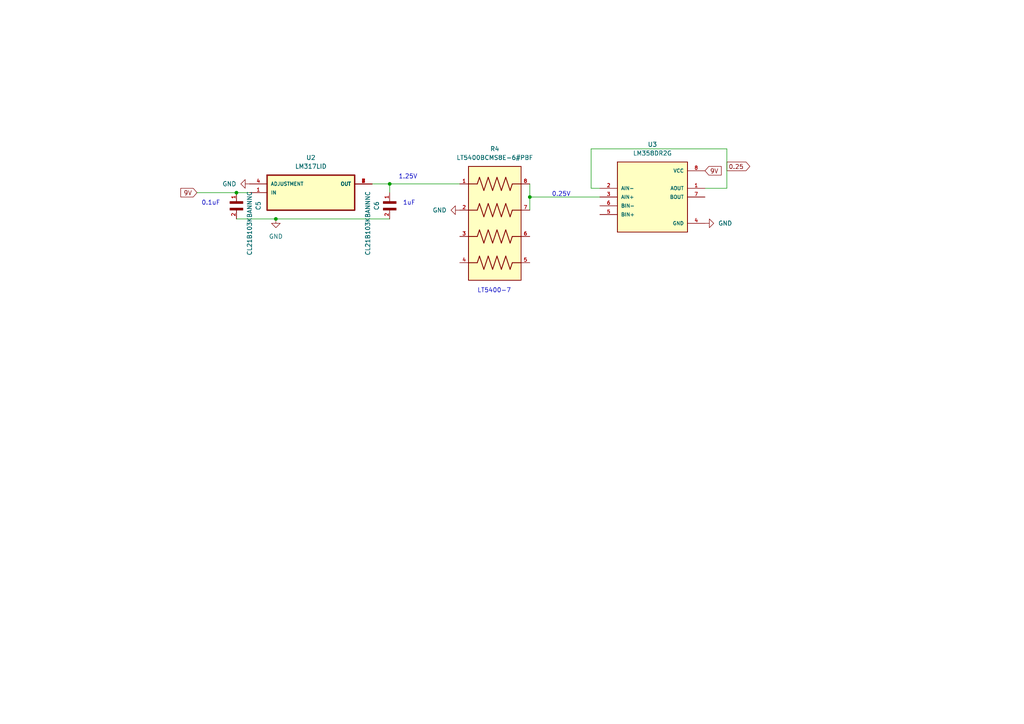
<source format=kicad_sch>
(kicad_sch (version 20211123) (generator eeschema)

  (uuid 4d45bff3-9a86-4795-ae80-46e18074c1d2)

  (paper "A4")

  (title_block
    (title "Referencia_025V")
    (date "2023-06-18")
    (company "UC3M")
    (comment 1 "Parte del circuito para hacer la referencia de 0.25V del amplificador.")
  )

  (lib_symbols
    (symbol "CL21B103KBANNNC:CL21B103KBANNNC" (pin_names (offset 1.016)) (in_bom yes) (on_board yes)
      (property "Reference" "C" (id 0) (at 0 3.81 0)
        (effects (font (size 1.27 1.27)) (justify left bottom))
      )
      (property "Value" "CL21B103KBANNNC" (id 1) (at 0 -5.08 0)
        (effects (font (size 1.27 1.27)) (justify left bottom))
      )
      (property "Footprint" "CAPC2012X140N" (id 2) (at 0 0 0)
        (effects (font (size 1.27 1.27)) (justify bottom) hide)
      )
      (property "Datasheet" "" (id 3) (at 0 0 0)
        (effects (font (size 1.27 1.27)) hide)
      )
      (symbol "CL21B103KBANNNC_0_0"
        (rectangle (start 0 -1.905) (end 0.635 1.905)
          (stroke (width 0.1) (type default) (color 0 0 0 0))
          (fill (type outline))
        )
        (rectangle (start 1.905 -1.905) (end 2.54 1.905)
          (stroke (width 0.1) (type default) (color 0 0 0 0))
          (fill (type outline))
        )
        (pin passive line (at 5.08 0 180) (length 2.54)
          (name "~" (effects (font (size 1.016 1.016))))
          (number "1" (effects (font (size 1.016 1.016))))
        )
        (pin passive line (at -2.54 0 0) (length 2.54)
          (name "~" (effects (font (size 1.016 1.016))))
          (number "2" (effects (font (size 1.016 1.016))))
        )
      )
    )
    (symbol "LM317LID:LM317LID" (pin_names (offset 1.016)) (in_bom yes) (on_board yes)
      (property "Reference" "U" (id 0) (at -12.7 6.08 0)
        (effects (font (size 1.27 1.27)) (justify left bottom))
      )
      (property "Value" "LM317LID" (id 1) (at -12.7 -9.08 0)
        (effects (font (size 1.27 1.27)) (justify left bottom))
      )
      (property "Footprint" "SOIC127P599X175-8N" (id 2) (at 0 0 0)
        (effects (font (size 1.27 1.27)) (justify bottom) hide)
      )
      (property "Datasheet" "" (id 3) (at 0 0 0)
        (effects (font (size 1.27 1.27)) hide)
      )
      (symbol "LM317LID_0_0"
        (rectangle (start -12.7 -5.08) (end 12.7 5.08)
          (stroke (width 0.41) (type default) (color 0 0 0 0))
          (fill (type background))
        )
        (pin input line (at -17.78 0 0) (length 5.08)
          (name "IN" (effects (font (size 1.016 1.016))))
          (number "1" (effects (font (size 1.016 1.016))))
        )
        (pin output line (at 17.78 2.54 180) (length 5.08)
          (name "OUT" (effects (font (size 1.016 1.016))))
          (number "2" (effects (font (size 1.016 1.016))))
        )
        (pin output line (at 17.78 2.54 180) (length 5.08)
          (name "OUT" (effects (font (size 1.016 1.016))))
          (number "3" (effects (font (size 1.016 1.016))))
        )
        (pin input line (at -17.78 2.54 0) (length 5.08)
          (name "ADJUSTMENT" (effects (font (size 1.016 1.016))))
          (number "4" (effects (font (size 1.016 1.016))))
        )
        (pin output line (at 17.78 2.54 180) (length 5.08)
          (name "OUT" (effects (font (size 1.016 1.016))))
          (number "6" (effects (font (size 1.016 1.016))))
        )
        (pin output line (at 17.78 2.54 180) (length 5.08)
          (name "OUT" (effects (font (size 1.016 1.016))))
          (number "7" (effects (font (size 1.016 1.016))))
        )
      )
    )
    (symbol "LM358DR2G:LM358DR2G" (pin_names (offset 1.016)) (in_bom yes) (on_board yes)
      (property "Reference" "U" (id 0) (at -10.1755 10.1755 0)
        (effects (font (size 1.27 1.27)) (justify left bottom))
      )
      (property "Value" "LM358DR2G" (id 1) (at -10.1775 -12.7219 0)
        (effects (font (size 1.27 1.27)) (justify left bottom))
      )
      (property "Footprint" "SOIC127P600X175-8N" (id 2) (at 0 0 0)
        (effects (font (size 1.27 1.27)) (justify bottom) hide)
      )
      (property "Datasheet" "" (id 3) (at 0 0 0)
        (effects (font (size 1.27 1.27)) hide)
      )
      (property "MANUFACTURER" "ON Semiconductor" (id 4) (at 0 0 0)
        (effects (font (size 1.27 1.27)) (justify bottom) hide)
      )
      (symbol "LM358DR2G_0_0"
        (rectangle (start -10.16 -10.16) (end 10.16 10.16)
          (stroke (width 0.254) (type default) (color 0 0 0 0))
          (fill (type background))
        )
        (pin output line (at 15.24 2.54 180) (length 5.08)
          (name "AOUT" (effects (font (size 1.016 1.016))))
          (number "1" (effects (font (size 1.016 1.016))))
        )
        (pin input line (at -15.24 2.54 0) (length 5.08)
          (name "AIN-" (effects (font (size 1.016 1.016))))
          (number "2" (effects (font (size 1.016 1.016))))
        )
        (pin input line (at -15.24 0 0) (length 5.08)
          (name "AIN+" (effects (font (size 1.016 1.016))))
          (number "3" (effects (font (size 1.016 1.016))))
        )
        (pin passive line (at 15.24 -7.62 180) (length 5.08)
          (name "GND" (effects (font (size 1.016 1.016))))
          (number "4" (effects (font (size 1.016 1.016))))
        )
        (pin input line (at -15.24 -5.08 0) (length 5.08)
          (name "BIN+" (effects (font (size 1.016 1.016))))
          (number "5" (effects (font (size 1.016 1.016))))
        )
        (pin input line (at -15.24 -2.54 0) (length 5.08)
          (name "BIN-" (effects (font (size 1.016 1.016))))
          (number "6" (effects (font (size 1.016 1.016))))
        )
        (pin output line (at 15.24 0 180) (length 5.08)
          (name "BOUT" (effects (font (size 1.016 1.016))))
          (number "7" (effects (font (size 1.016 1.016))))
        )
        (pin power_in line (at 15.24 7.62 180) (length 5.08)
          (name "VCC" (effects (font (size 1.016 1.016))))
          (number "8" (effects (font (size 1.016 1.016))))
        )
      )
    )
    (symbol "LT5400BCMS8E-6_PBF:LT5400BCMS8E-6#PBF" (pin_names (offset 1.016)) (in_bom yes) (on_board yes)
      (property "Reference" "R" (id 0) (at -7.62 16.51 0)
        (effects (font (size 1.27 1.27)) (justify left bottom))
      )
      (property "Value" "LT5400BCMS8E-6#PBF" (id 1) (at -7.62 -21.59 0)
        (effects (font (size 1.27 1.27)) (justify left bottom))
      )
      (property "Footprint" "SOP65P490X110-9N" (id 2) (at 0 0 0)
        (effects (font (size 1.27 1.27)) (justify bottom) hide)
      )
      (property "Datasheet" "" (id 3) (at 0 0 0)
        (effects (font (size 1.27 1.27)) hide)
      )
      (property "PARTREV" "I" (id 4) (at 0 0 0)
        (effects (font (size 1.27 1.27)) (justify bottom) hide)
      )
      (property "MANUFACTURER" "Linear Technology" (id 5) (at 0 0 0)
        (effects (font (size 1.27 1.27)) (justify bottom) hide)
      )
      (property "MAXIMUM_PACKAGE_HEIGHT" "1.1 mm" (id 6) (at 0 0 0)
        (effects (font (size 1.27 1.27)) (justify bottom) hide)
      )
      (property "STANDARD" "IPC 7351B" (id 7) (at 0 0 0)
        (effects (font (size 1.27 1.27)) (justify bottom) hide)
      )
      (symbol "LT5400BCMS8E-6#PBF_0_0"
        (rectangle (start -7.62 -17.78) (end 7.62 15.24)
          (stroke (width 0.254) (type default) (color 0 0 0 0))
          (fill (type background))
        )
        (polyline
          (pts
            (xy -5.08 -12.7)
            (xy -7.62 -12.7)
          )
          (stroke (width 0.254) (type default) (color 0 0 0 0))
          (fill (type none))
        )
        (polyline
          (pts
            (xy -5.08 -12.7)
            (xy -4.445 -10.795)
          )
          (stroke (width 0.254) (type default) (color 0 0 0 0))
          (fill (type none))
        )
        (polyline
          (pts
            (xy -5.08 -5.08)
            (xy -7.62 -5.08)
          )
          (stroke (width 0.254) (type default) (color 0 0 0 0))
          (fill (type none))
        )
        (polyline
          (pts
            (xy -5.08 -5.08)
            (xy -4.445 -3.175)
          )
          (stroke (width 0.254) (type default) (color 0 0 0 0))
          (fill (type none))
        )
        (polyline
          (pts
            (xy -5.08 2.54)
            (xy -7.62 2.54)
          )
          (stroke (width 0.254) (type default) (color 0 0 0 0))
          (fill (type none))
        )
        (polyline
          (pts
            (xy -5.08 2.54)
            (xy -4.445 4.445)
          )
          (stroke (width 0.254) (type default) (color 0 0 0 0))
          (fill (type none))
        )
        (polyline
          (pts
            (xy -5.08 10.16)
            (xy -7.62 10.16)
          )
          (stroke (width 0.254) (type default) (color 0 0 0 0))
          (fill (type none))
        )
        (polyline
          (pts
            (xy -5.08 10.16)
            (xy -4.445 12.065)
          )
          (stroke (width 0.254) (type default) (color 0 0 0 0))
          (fill (type none))
        )
        (polyline
          (pts
            (xy -4.445 -10.795)
            (xy -3.175 -14.605)
          )
          (stroke (width 0.254) (type default) (color 0 0 0 0))
          (fill (type none))
        )
        (polyline
          (pts
            (xy -4.445 -3.175)
            (xy -3.175 -6.985)
          )
          (stroke (width 0.254) (type default) (color 0 0 0 0))
          (fill (type none))
        )
        (polyline
          (pts
            (xy -4.445 4.445)
            (xy -3.175 0.635)
          )
          (stroke (width 0.254) (type default) (color 0 0 0 0))
          (fill (type none))
        )
        (polyline
          (pts
            (xy -4.445 12.065)
            (xy -3.175 8.255)
          )
          (stroke (width 0.254) (type default) (color 0 0 0 0))
          (fill (type none))
        )
        (polyline
          (pts
            (xy -3.175 -14.605)
            (xy -1.905 -10.795)
          )
          (stroke (width 0.254) (type default) (color 0 0 0 0))
          (fill (type none))
        )
        (polyline
          (pts
            (xy -3.175 -6.985)
            (xy -1.905 -3.175)
          )
          (stroke (width 0.254) (type default) (color 0 0 0 0))
          (fill (type none))
        )
        (polyline
          (pts
            (xy -3.175 0.635)
            (xy -1.905 4.445)
          )
          (stroke (width 0.254) (type default) (color 0 0 0 0))
          (fill (type none))
        )
        (polyline
          (pts
            (xy -3.175 8.255)
            (xy -1.905 12.065)
          )
          (stroke (width 0.254) (type default) (color 0 0 0 0))
          (fill (type none))
        )
        (polyline
          (pts
            (xy -1.905 -10.795)
            (xy -0.635 -14.605)
          )
          (stroke (width 0.254) (type default) (color 0 0 0 0))
          (fill (type none))
        )
        (polyline
          (pts
            (xy -1.905 -3.175)
            (xy -0.635 -6.985)
          )
          (stroke (width 0.254) (type default) (color 0 0 0 0))
          (fill (type none))
        )
        (polyline
          (pts
            (xy -1.905 4.445)
            (xy -0.635 0.635)
          )
          (stroke (width 0.254) (type default) (color 0 0 0 0))
          (fill (type none))
        )
        (polyline
          (pts
            (xy -1.905 12.065)
            (xy -0.635 8.255)
          )
          (stroke (width 0.254) (type default) (color 0 0 0 0))
          (fill (type none))
        )
        (polyline
          (pts
            (xy -0.635 -14.605)
            (xy 0.635 -10.795)
          )
          (stroke (width 0.254) (type default) (color 0 0 0 0))
          (fill (type none))
        )
        (polyline
          (pts
            (xy -0.635 -6.985)
            (xy 0.635 -3.175)
          )
          (stroke (width 0.254) (type default) (color 0 0 0 0))
          (fill (type none))
        )
        (polyline
          (pts
            (xy -0.635 0.635)
            (xy 0.635 4.445)
          )
          (stroke (width 0.254) (type default) (color 0 0 0 0))
          (fill (type none))
        )
        (polyline
          (pts
            (xy -0.635 8.255)
            (xy 0.635 12.065)
          )
          (stroke (width 0.254) (type default) (color 0 0 0 0))
          (fill (type none))
        )
        (polyline
          (pts
            (xy 0.635 -10.795)
            (xy 1.905 -14.605)
          )
          (stroke (width 0.254) (type default) (color 0 0 0 0))
          (fill (type none))
        )
        (polyline
          (pts
            (xy 0.635 -3.175)
            (xy 1.905 -6.985)
          )
          (stroke (width 0.254) (type default) (color 0 0 0 0))
          (fill (type none))
        )
        (polyline
          (pts
            (xy 0.635 4.445)
            (xy 1.905 0.635)
          )
          (stroke (width 0.254) (type default) (color 0 0 0 0))
          (fill (type none))
        )
        (polyline
          (pts
            (xy 0.635 12.065)
            (xy 1.905 8.255)
          )
          (stroke (width 0.254) (type default) (color 0 0 0 0))
          (fill (type none))
        )
        (polyline
          (pts
            (xy 1.905 -14.605)
            (xy 3.175 -10.795)
          )
          (stroke (width 0.254) (type default) (color 0 0 0 0))
          (fill (type none))
        )
        (polyline
          (pts
            (xy 1.905 -6.985)
            (xy 3.175 -3.175)
          )
          (stroke (width 0.254) (type default) (color 0 0 0 0))
          (fill (type none))
        )
        (polyline
          (pts
            (xy 1.905 0.635)
            (xy 3.175 4.445)
          )
          (stroke (width 0.254) (type default) (color 0 0 0 0))
          (fill (type none))
        )
        (polyline
          (pts
            (xy 1.905 8.255)
            (xy 3.175 12.065)
          )
          (stroke (width 0.254) (type default) (color 0 0 0 0))
          (fill (type none))
        )
        (polyline
          (pts
            (xy 3.175 -10.795)
            (xy 4.445 -14.605)
          )
          (stroke (width 0.254) (type default) (color 0 0 0 0))
          (fill (type none))
        )
        (polyline
          (pts
            (xy 3.175 -3.175)
            (xy 4.445 -6.985)
          )
          (stroke (width 0.254) (type default) (color 0 0 0 0))
          (fill (type none))
        )
        (polyline
          (pts
            (xy 3.175 4.445)
            (xy 4.445 0.635)
          )
          (stroke (width 0.254) (type default) (color 0 0 0 0))
          (fill (type none))
        )
        (polyline
          (pts
            (xy 3.175 12.065)
            (xy 4.445 8.255)
          )
          (stroke (width 0.254) (type default) (color 0 0 0 0))
          (fill (type none))
        )
        (polyline
          (pts
            (xy 4.445 -14.605)
            (xy 5.08 -12.7)
          )
          (stroke (width 0.254) (type default) (color 0 0 0 0))
          (fill (type none))
        )
        (polyline
          (pts
            (xy 4.445 -6.985)
            (xy 5.08 -5.08)
          )
          (stroke (width 0.254) (type default) (color 0 0 0 0))
          (fill (type none))
        )
        (polyline
          (pts
            (xy 4.445 0.635)
            (xy 5.08 2.54)
          )
          (stroke (width 0.254) (type default) (color 0 0 0 0))
          (fill (type none))
        )
        (polyline
          (pts
            (xy 4.445 8.255)
            (xy 5.08 10.16)
          )
          (stroke (width 0.254) (type default) (color 0 0 0 0))
          (fill (type none))
        )
        (polyline
          (pts
            (xy 5.08 -12.7)
            (xy 7.62 -12.7)
          )
          (stroke (width 0.254) (type default) (color 0 0 0 0))
          (fill (type none))
        )
        (polyline
          (pts
            (xy 5.08 -5.08)
            (xy 7.62 -5.08)
          )
          (stroke (width 0.254) (type default) (color 0 0 0 0))
          (fill (type none))
        )
        (polyline
          (pts
            (xy 5.08 2.54)
            (xy 7.62 2.54)
          )
          (stroke (width 0.254) (type default) (color 0 0 0 0))
          (fill (type none))
        )
        (polyline
          (pts
            (xy 5.08 10.16)
            (xy 7.62 10.16)
          )
          (stroke (width 0.254) (type default) (color 0 0 0 0))
          (fill (type none))
        )
        (pin passive line (at -10.16 10.16 0) (length 2.54)
          (name "~" (effects (font (size 1.016 1.016))))
          (number "1" (effects (font (size 1.016 1.016))))
        )
        (pin passive line (at -10.16 2.54 0) (length 2.54)
          (name "~" (effects (font (size 1.016 1.016))))
          (number "2" (effects (font (size 1.016 1.016))))
        )
        (pin passive line (at -10.16 -5.08 0) (length 2.54)
          (name "~" (effects (font (size 1.016 1.016))))
          (number "3" (effects (font (size 1.016 1.016))))
        )
        (pin passive line (at -10.16 -12.7 0) (length 2.54)
          (name "~" (effects (font (size 1.016 1.016))))
          (number "4" (effects (font (size 1.016 1.016))))
        )
        (pin passive line (at 10.16 -12.7 180) (length 2.54)
          (name "~" (effects (font (size 1.016 1.016))))
          (number "5" (effects (font (size 1.016 1.016))))
        )
        (pin passive line (at 10.16 -5.08 180) (length 2.54)
          (name "~" (effects (font (size 1.016 1.016))))
          (number "6" (effects (font (size 1.016 1.016))))
        )
        (pin passive line (at 10.16 2.54 180) (length 2.54)
          (name "~" (effects (font (size 1.016 1.016))))
          (number "7" (effects (font (size 1.016 1.016))))
        )
        (pin passive line (at 10.16 10.16 180) (length 2.54)
          (name "~" (effects (font (size 1.016 1.016))))
          (number "8" (effects (font (size 1.016 1.016))))
        )
      )
    )
    (symbol "power:GND" (power) (pin_names (offset 0)) (in_bom yes) (on_board yes)
      (property "Reference" "#PWR" (id 0) (at 0 -6.35 0)
        (effects (font (size 1.27 1.27)) hide)
      )
      (property "Value" "GND" (id 1) (at 0 -3.81 0)
        (effects (font (size 1.27 1.27)))
      )
      (property "Footprint" "" (id 2) (at 0 0 0)
        (effects (font (size 1.27 1.27)) hide)
      )
      (property "Datasheet" "" (id 3) (at 0 0 0)
        (effects (font (size 1.27 1.27)) hide)
      )
      (property "ki_keywords" "power-flag" (id 4) (at 0 0 0)
        (effects (font (size 1.27 1.27)) hide)
      )
      (property "ki_description" "Power symbol creates a global label with name \"GND\" , ground" (id 5) (at 0 0 0)
        (effects (font (size 1.27 1.27)) hide)
      )
      (symbol "GND_0_1"
        (polyline
          (pts
            (xy 0 0)
            (xy 0 -1.27)
            (xy 1.27 -1.27)
            (xy 0 -2.54)
            (xy -1.27 -1.27)
            (xy 0 -1.27)
          )
          (stroke (width 0) (type default) (color 0 0 0 0))
          (fill (type none))
        )
      )
      (symbol "GND_1_1"
        (pin power_in line (at 0 0 270) (length 0) hide
          (name "GND" (effects (font (size 1.27 1.27))))
          (number "1" (effects (font (size 1.27 1.27))))
        )
      )
    )
  )

  (junction (at 113.03 53.34) (diameter 0) (color 0 0 0 0)
    (uuid 4259ec64-42d5-46d8-9bdf-d3ed70839f4f)
  )
  (junction (at 153.67 57.15) (diameter 0) (color 0 0 0 0)
    (uuid 609e424e-9fea-4ee7-94ab-96399187d126)
  )
  (junction (at 80.01 63.5) (diameter 0) (color 0 0 0 0)
    (uuid 82860005-e05b-487f-8938-ac1ff28daf6a)
  )
  (junction (at 68.58 55.88) (diameter 0) (color 0 0 0 0)
    (uuid dc0a93f7-ee30-4e9c-81d4-2bdcfb14c20f)
  )

  (wire (pts (xy 153.67 53.34) (xy 153.67 57.15))
    (stroke (width 0) (type default) (color 0 0 0 0))
    (uuid 148db289-55c5-43eb-845f-26ae64ae6c34)
  )
  (wire (pts (xy 210.82 43.18) (xy 210.82 54.61))
    (stroke (width 0) (type default) (color 0 0 0 0))
    (uuid 32fa9e68-5618-4732-a010-48cefcf09065)
  )
  (wire (pts (xy 113.03 53.34) (xy 133.35 53.34))
    (stroke (width 0) (type default) (color 0 0 0 0))
    (uuid 427c420f-fa96-43de-b4f4-6ccec21c3561)
  )
  (wire (pts (xy 107.95 53.34) (xy 113.03 53.34))
    (stroke (width 0) (type default) (color 0 0 0 0))
    (uuid 43e474f1-4cb5-4260-85cb-1cc77645040a)
  )
  (wire (pts (xy 80.01 63.5) (xy 113.03 63.5))
    (stroke (width 0) (type default) (color 0 0 0 0))
    (uuid 4e137c9d-6f55-40c8-83ee-788f79de2ec2)
  )
  (wire (pts (xy 113.03 53.34) (xy 113.03 55.88))
    (stroke (width 0) (type default) (color 0 0 0 0))
    (uuid 4e8b2174-0400-44ed-aeb2-a9257a90e117)
  )
  (wire (pts (xy 171.45 43.18) (xy 210.82 43.18))
    (stroke (width 0) (type default) (color 0 0 0 0))
    (uuid 6321159d-32f0-4180-8927-3c7e92da82d6)
  )
  (wire (pts (xy 68.58 63.5) (xy 80.01 63.5))
    (stroke (width 0) (type default) (color 0 0 0 0))
    (uuid 6fba608b-9907-4ba8-b0cc-c6222506c00b)
  )
  (wire (pts (xy 68.58 55.88) (xy 72.39 55.88))
    (stroke (width 0) (type default) (color 0 0 0 0))
    (uuid 728d1597-09c3-4a41-a46d-db8f2ade4319)
  )
  (wire (pts (xy 153.67 57.15) (xy 173.99 57.15))
    (stroke (width 0) (type default) (color 0 0 0 0))
    (uuid aff73fa9-53d0-4eaf-92b0-87eaf7b42495)
  )
  (wire (pts (xy 57.15 55.88) (xy 68.58 55.88))
    (stroke (width 0) (type default) (color 0 0 0 0))
    (uuid c1b4e83f-fcb9-4c84-85d9-f0869f9a6dd1)
  )
  (wire (pts (xy 171.45 54.61) (xy 171.45 43.18))
    (stroke (width 0) (type default) (color 0 0 0 0))
    (uuid dd911f84-e6fb-4e57-a69e-344764968db0)
  )
  (wire (pts (xy 153.67 57.15) (xy 153.67 60.96))
    (stroke (width 0) (type default) (color 0 0 0 0))
    (uuid e0e9d715-9576-40b9-9efb-2cba31acaaa9)
  )
  (wire (pts (xy 210.82 54.61) (xy 204.47 54.61))
    (stroke (width 0) (type default) (color 0 0 0 0))
    (uuid ec3811f7-3631-4b74-918d-e90a7bae79eb)
  )
  (wire (pts (xy 173.99 54.61) (xy 171.45 54.61))
    (stroke (width 0) (type default) (color 0 0 0 0))
    (uuid ee0774b4-9f97-4814-bfcb-d6042101f1dd)
  )

  (text "1uF" (at 116.84 59.69 0)
    (effects (font (size 1.27 1.27)) (justify left bottom))
    (uuid 11a80bda-7e0a-441e-b4ab-2912530d3a2e)
  )
  (text "0.25V" (at 160.02 57.15 0)
    (effects (font (size 1.27 1.27)) (justify left bottom))
    (uuid 6530f244-4ae2-4c31-8ad3-405c0aa5d2a6)
  )
  (text "0.1uF" (at 58.42 59.69 0)
    (effects (font (size 1.27 1.27)) (justify left bottom))
    (uuid 72c29d90-6cc8-4087-b5d6-068488025922)
  )
  (text "LT5400-7" (at 138.43 85.09 0)
    (effects (font (size 1.27 1.27)) (justify left bottom))
    (uuid 73e2e4ab-b8fe-4d27-bcdf-563d4b898f6f)
  )
  (text "1.25V" (at 115.57 52.07 0)
    (effects (font (size 1.27 1.27)) (justify left bottom))
    (uuid f9877fab-5713-4776-82ab-5e7a7f4a8831)
  )

  (global_label "0.25" (shape output) (at 210.82 48.26 0) (fields_autoplaced)
    (effects (font (size 1.27 1.27)) (justify left))
    (uuid 222f735c-ae99-4424-8e05-9182cf3e1ee6)
    (property "Intersheet References" "${INTERSHEET_REFS}" (id 0) (at 217.4664 48.1806 0)
      (effects (font (size 1.27 1.27)) (justify left) hide)
    )
  )
  (global_label "9V" (shape input) (at 57.15 55.88 180) (fields_autoplaced)
    (effects (font (size 1.27 1.27)) (justify right))
    (uuid 2ba4ce3b-5ee6-4293-b4a9-8fc48a693e60)
    (property "Intersheet References" "${INTERSHEET_REFS}" (id 0) (at 52.4388 55.8006 0)
      (effects (font (size 1.27 1.27)) (justify right) hide)
    )
  )
  (global_label "9V" (shape input) (at 204.47 49.53 0) (fields_autoplaced)
    (effects (font (size 1.27 1.27)) (justify left))
    (uuid 970c1a8d-b809-4da9-bc5d-d5cd5227d255)
    (property "Intersheet References" "${INTERSHEET_REFS}" (id 0) (at 209.1812 49.4506 0)
      (effects (font (size 1.27 1.27)) (justify left) hide)
    )
  )

  (symbol (lib_id "CL21B103KBANNNC:CL21B103KBANNNC") (at 68.58 60.96 90) (unit 1)
    (in_bom yes) (on_board yes)
    (uuid 14f5ff3d-89f1-47fe-b028-374f3cb8d311)
    (property "Reference" "C5" (id 0) (at 74.93 59.69 0))
    (property "Value" "CL21B103KBANNNC" (id 1) (at 72.39 64.77 0))
    (property "Footprint" "CAPC2012X140N" (id 2) (at 68.58 60.96 0)
      (effects (font (size 1.27 1.27)) (justify bottom) hide)
    )
    (property "Datasheet" "" (id 3) (at 68.58 60.96 0)
      (effects (font (size 1.27 1.27)) hide)
    )
    (pin "1" (uuid 627c5188-62be-489f-a2d7-ecb007b05114))
    (pin "2" (uuid 8e0057ab-d284-49e4-9a96-40ac0d8c1e41))
  )

  (symbol (lib_id "LM317LID:LM317LID") (at 90.17 55.88 0) (unit 1)
    (in_bom yes) (on_board yes) (fields_autoplaced)
    (uuid 44bba3f0-7afd-4803-af1a-40fb0748fdd3)
    (property "Reference" "U2" (id 0) (at 90.17 45.72 0))
    (property "Value" "LM317LID" (id 1) (at 90.17 48.26 0))
    (property "Footprint" "SOIC127P599X175-8N" (id 2) (at 90.17 55.88 0)
      (effects (font (size 1.27 1.27)) (justify bottom) hide)
    )
    (property "Datasheet" "" (id 3) (at 90.17 55.88 0)
      (effects (font (size 1.27 1.27)) hide)
    )
    (pin "1" (uuid f6d22707-a7a6-473b-b7d9-919e2bdc8784))
    (pin "2" (uuid 074ccc65-b90b-4710-a70e-dd0da709c76e))
    (pin "3" (uuid 13e11563-066b-4c5a-9055-cc7ed447dcd3))
    (pin "4" (uuid 7b26e223-9148-48db-8412-73729639b40b))
    (pin "6" (uuid 3ff1a875-4953-4106-98d4-cbe7d6df5a1c))
    (pin "7" (uuid 59b55aef-ccbc-429d-b529-5bdb53d320bd))
  )

  (symbol (lib_id "power:GND") (at 204.47 64.77 90) (unit 1)
    (in_bom yes) (on_board yes) (fields_autoplaced)
    (uuid 590aef0e-48ff-438b-8b36-7fc9443d74d9)
    (property "Reference" "#PWR0110" (id 0) (at 210.82 64.77 0)
      (effects (font (size 1.27 1.27)) hide)
    )
    (property "Value" "GND" (id 1) (at 208.28 64.7699 90)
      (effects (font (size 1.27 1.27)) (justify right))
    )
    (property "Footprint" "" (id 2) (at 204.47 64.77 0)
      (effects (font (size 1.27 1.27)) hide)
    )
    (property "Datasheet" "" (id 3) (at 204.47 64.77 0)
      (effects (font (size 1.27 1.27)) hide)
    )
    (pin "1" (uuid 7b369fc6-daa3-412a-8961-9d5d126d2a70))
  )

  (symbol (lib_id "LT5400BCMS8E-6_PBF:LT5400BCMS8E-6#PBF") (at 143.51 63.5 0) (unit 1)
    (in_bom yes) (on_board yes) (fields_autoplaced)
    (uuid 66ebd413-f7c3-4987-8270-2c908202e464)
    (property "Reference" "R4" (id 0) (at 143.51 43.18 0))
    (property "Value" "LT5400BCMS8E-6#PBF" (id 1) (at 143.51 45.72 0))
    (property "Footprint" "SOP65P490X110-9N" (id 2) (at 143.51 63.5 0)
      (effects (font (size 1.27 1.27)) (justify bottom) hide)
    )
    (property "Datasheet" "" (id 3) (at 143.51 63.5 0)
      (effects (font (size 1.27 1.27)) hide)
    )
    (property "PARTREV" "I" (id 4) (at 143.51 63.5 0)
      (effects (font (size 1.27 1.27)) (justify bottom) hide)
    )
    (property "MANUFACTURER" "Linear Technology" (id 5) (at 143.51 63.5 0)
      (effects (font (size 1.27 1.27)) (justify bottom) hide)
    )
    (property "MAXIMUM_PACKAGE_HEIGHT" "1.1 mm" (id 6) (at 143.51 63.5 0)
      (effects (font (size 1.27 1.27)) (justify bottom) hide)
    )
    (property "STANDARD" "IPC 7351B" (id 7) (at 143.51 63.5 0)
      (effects (font (size 1.27 1.27)) (justify bottom) hide)
    )
    (pin "1" (uuid 26da9d0a-2f1b-4982-b82f-c4e57cb5c79e))
    (pin "2" (uuid d68df01e-ecb6-43d5-81d1-d2cb627f0d54))
    (pin "3" (uuid 156c2a4c-cd7f-420d-ad3b-e5c1febdfd19))
    (pin "4" (uuid 6ef42b32-b25a-42d3-afc9-0a22e9fe1ee4))
    (pin "5" (uuid 4be8f4fd-a511-4895-ad73-110ab35497a5))
    (pin "6" (uuid c24b27f2-2a33-439b-bb74-019700ce4b26))
    (pin "7" (uuid 3e0e5264-aca9-47a5-a664-567f9cfb3271))
    (pin "8" (uuid 063a5ac8-1f15-4b24-bab5-bf547adc0814))
  )

  (symbol (lib_id "power:GND") (at 72.39 53.34 270) (unit 1)
    (in_bom yes) (on_board yes) (fields_autoplaced)
    (uuid 77519097-8e49-4694-aa2b-3e3ce8b063e7)
    (property "Reference" "#PWR0108" (id 0) (at 66.04 53.34 0)
      (effects (font (size 1.27 1.27)) hide)
    )
    (property "Value" "GND" (id 1) (at 68.58 53.3399 90)
      (effects (font (size 1.27 1.27)) (justify right))
    )
    (property "Footprint" "" (id 2) (at 72.39 53.34 0)
      (effects (font (size 1.27 1.27)) hide)
    )
    (property "Datasheet" "" (id 3) (at 72.39 53.34 0)
      (effects (font (size 1.27 1.27)) hide)
    )
    (pin "1" (uuid 75da2752-4c07-4776-ac87-988cc32b903c))
  )

  (symbol (lib_id "power:GND") (at 133.35 60.96 270) (unit 1)
    (in_bom yes) (on_board yes) (fields_autoplaced)
    (uuid ae891f3b-1362-4e3a-92ef-dbd37013a411)
    (property "Reference" "#PWR0109" (id 0) (at 127 60.96 0)
      (effects (font (size 1.27 1.27)) hide)
    )
    (property "Value" "GND" (id 1) (at 129.54 60.9599 90)
      (effects (font (size 1.27 1.27)) (justify right))
    )
    (property "Footprint" "" (id 2) (at 133.35 60.96 0)
      (effects (font (size 1.27 1.27)) hide)
    )
    (property "Datasheet" "" (id 3) (at 133.35 60.96 0)
      (effects (font (size 1.27 1.27)) hide)
    )
    (pin "1" (uuid df7fee94-0f96-43ec-b995-45b875640bfe))
  )

  (symbol (lib_id "power:GND") (at 80.01 63.5 0) (unit 1)
    (in_bom yes) (on_board yes) (fields_autoplaced)
    (uuid c541610b-089c-4f40-b1ba-0e4d34d0a1ba)
    (property "Reference" "#PWR0107" (id 0) (at 80.01 69.85 0)
      (effects (font (size 1.27 1.27)) hide)
    )
    (property "Value" "GND" (id 1) (at 80.01 68.58 0))
    (property "Footprint" "" (id 2) (at 80.01 63.5 0)
      (effects (font (size 1.27 1.27)) hide)
    )
    (property "Datasheet" "" (id 3) (at 80.01 63.5 0)
      (effects (font (size 1.27 1.27)) hide)
    )
    (pin "1" (uuid 525c6aa1-8ad1-4cc9-bc93-1f8c54f231a5))
  )

  (symbol (lib_id "CL21B103KBANNNC:CL21B103KBANNNC") (at 113.03 60.96 90) (unit 1)
    (in_bom yes) (on_board yes)
    (uuid cc7506f3-7f50-4e21-8021-d77b7d00158b)
    (property "Reference" "C6" (id 0) (at 109.22 59.69 0))
    (property "Value" "CL21B103KBANNNC" (id 1) (at 106.68 64.77 0))
    (property "Footprint" "CAPC2012X140N" (id 2) (at 113.03 60.96 0)
      (effects (font (size 1.27 1.27)) (justify bottom) hide)
    )
    (property "Datasheet" "" (id 3) (at 113.03 60.96 0)
      (effects (font (size 1.27 1.27)) hide)
    )
    (pin "1" (uuid 12d2fcf9-84af-4edd-8738-2b9fc06ba83a))
    (pin "2" (uuid 029e42c2-a36f-4a69-a44b-0aacaacfd8f2))
  )

  (symbol (lib_id "LM358DR2G:LM358DR2G") (at 189.23 57.15 0) (unit 1)
    (in_bom yes) (on_board yes) (fields_autoplaced)
    (uuid fc8aeceb-861d-479b-804b-b7342488ac28)
    (property "Reference" "U3" (id 0) (at 189.23 41.91 0))
    (property "Value" "LM358DR2G" (id 1) (at 189.23 44.45 0))
    (property "Footprint" "SOIC127P600X175-8N" (id 2) (at 189.23 57.15 0)
      (effects (font (size 1.27 1.27)) (justify bottom) hide)
    )
    (property "Datasheet" "" (id 3) (at 189.23 57.15 0)
      (effects (font (size 1.27 1.27)) hide)
    )
    (property "MANUFACTURER" "ON Semiconductor" (id 4) (at 189.23 57.15 0)
      (effects (font (size 1.27 1.27)) (justify bottom) hide)
    )
    (pin "1" (uuid 26a2e7b7-77a4-43c4-b0d7-a31ea2ee1a8b))
    (pin "2" (uuid 9129356d-f418-410b-bf00-31e36f99e193))
    (pin "3" (uuid 83d7f9c7-7c3c-4300-ac73-8b3b8e61e756))
    (pin "4" (uuid 87f22d94-eed9-4ab2-8a34-5a6231db369d))
    (pin "5" (uuid a3140bda-6c14-4e53-a48e-f84b69dabcb1))
    (pin "6" (uuid 6c085256-2555-4898-8edc-b0b5a7281fc6))
    (pin "7" (uuid 377901c9-0d69-4f3a-a099-583d6add5f2f))
    (pin "8" (uuid 717cd7ad-7f32-4da0-9121-1c725f1020c2))
  )
)

</source>
